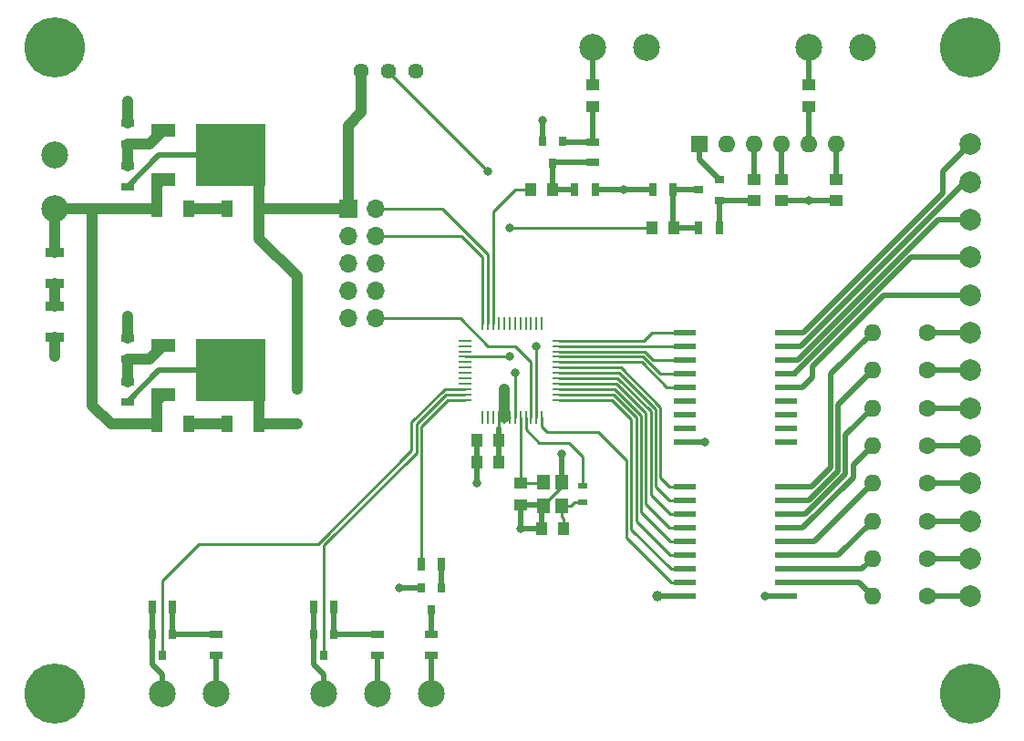
<source format=gtl>
G04 #@! TF.GenerationSoftware,KiCad,Pcbnew,(5.1.7)-1*
G04 #@! TF.CreationDate,2022-09-30T21:09:14+02:00*
G04 #@! TF.ProjectId,Zaehler-Modul,5a616568-6c65-4722-9d4d-6f64756c2e6b,rev?*
G04 #@! TF.SameCoordinates,Original*
G04 #@! TF.FileFunction,Copper,L1,Top*
G04 #@! TF.FilePolarity,Positive*
%FSLAX46Y46*%
G04 Gerber Fmt 4.6, Leading zero omitted, Abs format (unit mm)*
G04 Created by KiCad (PCBNEW (5.1.7)-1) date 2022-09-30 21:09:14*
%MOMM*%
%LPD*%
G01*
G04 APERTURE LIST*
G04 #@! TA.AperFunction,ComponentPad*
%ADD10C,1.600000*%
G04 #@! TD*
G04 #@! TA.AperFunction,ComponentPad*
%ADD11O,1.600000X1.600000*%
G04 #@! TD*
G04 #@! TA.AperFunction,SMDPad,CuDef*
%ADD12R,1.700000X0.900000*%
G04 #@! TD*
G04 #@! TA.AperFunction,SMDPad,CuDef*
%ADD13R,0.900000X0.500000*%
G04 #@! TD*
G04 #@! TA.AperFunction,SMDPad,CuDef*
%ADD14R,1.000000X1.250000*%
G04 #@! TD*
G04 #@! TA.AperFunction,SMDPad,CuDef*
%ADD15R,2.200000X1.200000*%
G04 #@! TD*
G04 #@! TA.AperFunction,SMDPad,CuDef*
%ADD16R,6.400000X5.800000*%
G04 #@! TD*
G04 #@! TA.AperFunction,SMDPad,CuDef*
%ADD17R,3.050000X2.750000*%
G04 #@! TD*
G04 #@! TA.AperFunction,SMDPad,CuDef*
%ADD18R,1.300000X0.700000*%
G04 #@! TD*
G04 #@! TA.AperFunction,SMDPad,CuDef*
%ADD19R,1.000000X1.600000*%
G04 #@! TD*
G04 #@! TA.AperFunction,ComponentPad*
%ADD20C,2.000000*%
G04 #@! TD*
G04 #@! TA.AperFunction,SMDPad,CuDef*
%ADD21R,2.000000X0.600000*%
G04 #@! TD*
G04 #@! TA.AperFunction,ComponentPad*
%ADD22C,2.500000*%
G04 #@! TD*
G04 #@! TA.AperFunction,ComponentPad*
%ADD23C,5.600000*%
G04 #@! TD*
G04 #@! TA.AperFunction,SMDPad,CuDef*
%ADD24R,1.200000X1.400000*%
G04 #@! TD*
G04 #@! TA.AperFunction,SMDPad,CuDef*
%ADD25R,0.250000X1.300000*%
G04 #@! TD*
G04 #@! TA.AperFunction,SMDPad,CuDef*
%ADD26R,1.300000X0.250000*%
G04 #@! TD*
G04 #@! TA.AperFunction,ComponentPad*
%ADD27R,1.600000X1.600000*%
G04 #@! TD*
G04 #@! TA.AperFunction,ComponentPad*
%ADD28C,1.440000*%
G04 #@! TD*
G04 #@! TA.AperFunction,SMDPad,CuDef*
%ADD29R,0.700000X1.300000*%
G04 #@! TD*
G04 #@! TA.AperFunction,SMDPad,CuDef*
%ADD30R,0.900000X0.800000*%
G04 #@! TD*
G04 #@! TA.AperFunction,SMDPad,CuDef*
%ADD31R,0.800000X0.900000*%
G04 #@! TD*
G04 #@! TA.AperFunction,ComponentPad*
%ADD32R,1.700000X1.700000*%
G04 #@! TD*
G04 #@! TA.AperFunction,ComponentPad*
%ADD33O,1.700000X1.700000*%
G04 #@! TD*
G04 #@! TA.AperFunction,SMDPad,CuDef*
%ADD34R,1.250000X1.000000*%
G04 #@! TD*
G04 #@! TA.AperFunction,ViaPad*
%ADD35C,1.000000*%
G04 #@! TD*
G04 #@! TA.AperFunction,ViaPad*
%ADD36C,0.800000*%
G04 #@! TD*
G04 #@! TA.AperFunction,Conductor*
%ADD37C,1.000000*%
G04 #@! TD*
G04 #@! TA.AperFunction,Conductor*
%ADD38C,0.500000*%
G04 #@! TD*
G04 #@! TA.AperFunction,Conductor*
%ADD39C,0.250000*%
G04 #@! TD*
G04 APERTURE END LIST*
D10*
X165750000Y-132000000D03*
D11*
X160670000Y-132000000D03*
D10*
X165750000Y-128500000D03*
D11*
X160670000Y-128500000D03*
D10*
X165750000Y-125000000D03*
D11*
X160670000Y-125000000D03*
D10*
X165750000Y-121500000D03*
D11*
X160670000Y-121500000D03*
D10*
X165750000Y-118000000D03*
D11*
X160670000Y-118000000D03*
D10*
X165750000Y-114500000D03*
D11*
X160670000Y-114500000D03*
D10*
X165750000Y-111000000D03*
D11*
X160670000Y-111000000D03*
D10*
X165750000Y-107500000D03*
D11*
X160670000Y-107500000D03*
D12*
X84750000Y-105050000D03*
X84750000Y-107950000D03*
X84750000Y-100050000D03*
X84750000Y-102950000D03*
D13*
X133750000Y-121750000D03*
X133750000Y-123250000D03*
D14*
X140250000Y-97750000D03*
X142250000Y-97750000D03*
D15*
X94800000Y-108720000D03*
X94800000Y-113280000D03*
D16*
X101100000Y-111000000D03*
D17*
X102775000Y-112525000D03*
X99425000Y-109475000D03*
X102775000Y-109475000D03*
X99425000Y-112525000D03*
D15*
X94800000Y-88720000D03*
X94800000Y-93280000D03*
D16*
X101100000Y-91000000D03*
D17*
X102775000Y-92525000D03*
X99425000Y-89475000D03*
X102775000Y-89475000D03*
X99425000Y-92525000D03*
D18*
X91500000Y-89950000D03*
X91500000Y-88050000D03*
X91500000Y-93950000D03*
X91500000Y-92050000D03*
X91500000Y-109950000D03*
X91500000Y-108050000D03*
X91500000Y-113950000D03*
X91500000Y-112050000D03*
D19*
X103750000Y-96000000D03*
X100750000Y-96000000D03*
X103750000Y-116000000D03*
X100750000Y-116000000D03*
X94250000Y-96000000D03*
X97250000Y-96000000D03*
X94250000Y-116000000D03*
X97250000Y-116000000D03*
D20*
X169750000Y-132000000D03*
X169750000Y-128500000D03*
X169750000Y-125000000D03*
X169750000Y-121500000D03*
X169750000Y-118000000D03*
X169750000Y-114500000D03*
X169750000Y-111000000D03*
X169750000Y-107500000D03*
X169750000Y-104000000D03*
X169750000Y-100500000D03*
X169750000Y-97000000D03*
X169750000Y-93500000D03*
X169750000Y-90000000D03*
D21*
X143300000Y-121840000D03*
X143300000Y-123110000D03*
X143300000Y-124380000D03*
X143300000Y-125650000D03*
X143300000Y-126920000D03*
X143300000Y-128190000D03*
X143300000Y-129460000D03*
X143300000Y-130730000D03*
X143300000Y-132000000D03*
X152700000Y-132000000D03*
X152700000Y-130730000D03*
X152700000Y-129460000D03*
X152700000Y-128190000D03*
X152700000Y-126920000D03*
X152700000Y-125650000D03*
X152700000Y-124380000D03*
X152700000Y-123110000D03*
X152700000Y-121840000D03*
X143300000Y-107500000D03*
X143300000Y-108770000D03*
X143300000Y-110040000D03*
X143300000Y-111310000D03*
X143300000Y-112580000D03*
X143300000Y-113850000D03*
X143300000Y-115120000D03*
X143300000Y-116390000D03*
X143300000Y-117660000D03*
X152700000Y-117660000D03*
X152700000Y-116390000D03*
X152700000Y-115120000D03*
X152700000Y-113850000D03*
X152700000Y-112580000D03*
X152700000Y-111310000D03*
X152700000Y-110040000D03*
X152700000Y-108770000D03*
X152700000Y-107500000D03*
D22*
X109750000Y-141000000D03*
X94750000Y-141000000D03*
D23*
X169750000Y-81000000D03*
X169750000Y-141000000D03*
X84750000Y-141000000D03*
X84750000Y-81000000D03*
D22*
X84750000Y-91000000D03*
X84750000Y-96000000D03*
X139750000Y-81000000D03*
X134750000Y-81000000D03*
X154750000Y-81000000D03*
X159750000Y-81000000D03*
D24*
X130150000Y-121400000D03*
X130150000Y-123600000D03*
X131850000Y-123600000D03*
X131850000Y-121400000D03*
D25*
X124500000Y-115350000D03*
X125000000Y-115350000D03*
X125500000Y-115350000D03*
X126000000Y-115350000D03*
X126500000Y-115350000D03*
X127000000Y-115350000D03*
X127500000Y-115350000D03*
X128000000Y-115350000D03*
X128500000Y-115350000D03*
X129000000Y-115350000D03*
X129500000Y-115350000D03*
X130000000Y-115350000D03*
D26*
X131600000Y-113750000D03*
X131600000Y-113250000D03*
X131600000Y-112750000D03*
X131600000Y-112250000D03*
X131600000Y-111750000D03*
X131600000Y-111250000D03*
X131600000Y-110750000D03*
X131600000Y-110250000D03*
X131600000Y-109750000D03*
X131600000Y-109250000D03*
X131600000Y-108750000D03*
X131600000Y-108250000D03*
D25*
X130000000Y-106650000D03*
X129500000Y-106650000D03*
X129000000Y-106650000D03*
X128500000Y-106650000D03*
X128000000Y-106650000D03*
X127500000Y-106650000D03*
X127000000Y-106650000D03*
X126500000Y-106650000D03*
X126000000Y-106650000D03*
X125500000Y-106650000D03*
X125000000Y-106650000D03*
X124500000Y-106650000D03*
D26*
X122900000Y-108250000D03*
X122900000Y-108750000D03*
X122900000Y-109250000D03*
X122900000Y-109750000D03*
X122900000Y-110250000D03*
X122900000Y-110750000D03*
X122900000Y-111250000D03*
X122900000Y-111750000D03*
X122900000Y-112250000D03*
X122900000Y-112750000D03*
X122900000Y-113250000D03*
X122900000Y-113750000D03*
D11*
X157290000Y-90000000D03*
X154750000Y-90000000D03*
X152210000Y-90000000D03*
X149670000Y-90000000D03*
X147130000Y-90000000D03*
D27*
X144590000Y-90000000D03*
D28*
X113250000Y-83250000D03*
X115790000Y-83250000D03*
X118330000Y-83250000D03*
D29*
X142200000Y-94250000D03*
X140300000Y-94250000D03*
X133050000Y-94250000D03*
X134950000Y-94250000D03*
X146450000Y-97750000D03*
X144550000Y-97750000D03*
X95700000Y-133000000D03*
X93800000Y-133000000D03*
D30*
X144500000Y-94250000D03*
X146500000Y-93300000D03*
X146500000Y-95200000D03*
D31*
X131000000Y-91750000D03*
X130050000Y-89750000D03*
X131950000Y-89750000D03*
D32*
X112000000Y-96000000D03*
D33*
X114540000Y-96000000D03*
X112000000Y-98540000D03*
X114540000Y-98540000D03*
X112000000Y-101080000D03*
X114540000Y-101080000D03*
X112000000Y-103620000D03*
X114540000Y-103620000D03*
X112000000Y-106160000D03*
X114540000Y-106160000D03*
D14*
X126000000Y-117500000D03*
X124000000Y-117500000D03*
X124000000Y-119500000D03*
X126000000Y-119500000D03*
X131000000Y-94250000D03*
X129000000Y-94250000D03*
D34*
X149670000Y-93250000D03*
X149670000Y-95250000D03*
X134750000Y-84500000D03*
X134750000Y-86500000D03*
D14*
X132000000Y-125750000D03*
X130000000Y-125750000D03*
D34*
X152210000Y-95250000D03*
X152210000Y-93250000D03*
X128000000Y-121500000D03*
X128000000Y-123500000D03*
X157290000Y-95250000D03*
X157290000Y-93250000D03*
X154750000Y-84500000D03*
X154750000Y-86500000D03*
D18*
X134750000Y-89800000D03*
X134750000Y-91700000D03*
X99750000Y-135550000D03*
X99750000Y-137450000D03*
D31*
X94750000Y-137500000D03*
X93800000Y-135500000D03*
X95700000Y-135500000D03*
D22*
X99750000Y-141000000D03*
D29*
X110700000Y-133000000D03*
X108800000Y-133000000D03*
D18*
X114750000Y-135550000D03*
X114750000Y-137450000D03*
D31*
X110700000Y-135500000D03*
X108800000Y-135500000D03*
X109750000Y-137500000D03*
D22*
X114750000Y-141000000D03*
D18*
X119750000Y-137450000D03*
X119750000Y-135550000D03*
D29*
X120700000Y-129000000D03*
X118800000Y-129000000D03*
D31*
X120700000Y-131250000D03*
X118800000Y-131250000D03*
X119750000Y-133250000D03*
D22*
X119750000Y-141000000D03*
D35*
X99000000Y-116000000D03*
X99000000Y-96000000D03*
D36*
X91500000Y-86000000D03*
X91500000Y-106000000D03*
X116750000Y-131250000D03*
X154750000Y-95250000D03*
X130050000Y-87750000D03*
X127500000Y-111250000D03*
X124000000Y-121500000D03*
X145160000Y-117660000D03*
X150750000Y-132000000D03*
X128000000Y-125750000D03*
X131850000Y-118750000D03*
X84750000Y-109750000D03*
D35*
X140750000Y-132000000D03*
D36*
X137625000Y-94200000D03*
D35*
X107250000Y-116000000D03*
D36*
X127000000Y-109750000D03*
X127000000Y-97750000D03*
D35*
X126500000Y-112750000D03*
X107250000Y-112750000D03*
D36*
X129500000Y-108750000D03*
X125000000Y-92500000D03*
D37*
X97250000Y-116000000D02*
X99000000Y-116000000D01*
X97250000Y-96000000D02*
X99000000Y-96000000D01*
X99000000Y-116000000D02*
X100750000Y-116000000D01*
X99000000Y-96000000D02*
X100750000Y-96000000D01*
X91500000Y-88050000D02*
X91500000Y-86000000D01*
X91500000Y-108050000D02*
X91500000Y-106000000D01*
X91500000Y-106000000D02*
X91500000Y-106000000D01*
D38*
X93800000Y-133000000D02*
X93800000Y-135500000D01*
X94750000Y-141000000D02*
X94750000Y-139250000D01*
X108800000Y-133000000D02*
X108800000Y-135500000D01*
X109750000Y-139250000D02*
X109750000Y-141000000D01*
X108800000Y-138300000D02*
X109750000Y-139250000D01*
X108800000Y-135500000D02*
X108800000Y-138300000D01*
X93800000Y-138300000D02*
X94750000Y-139250000D01*
X93800000Y-135500000D02*
X93800000Y-138300000D01*
X118800000Y-131250000D02*
X116750000Y-131250000D01*
X144590000Y-91390000D02*
X146500000Y-93300000D01*
X144590000Y-90000000D02*
X144590000Y-91390000D01*
X157290000Y-95250000D02*
X154750000Y-95250000D01*
X154750000Y-95250000D02*
X152210000Y-95250000D01*
X130050000Y-89750000D02*
X130050000Y-87750000D01*
D39*
X127500000Y-115350000D02*
X127500000Y-114450000D01*
X127500000Y-114450000D02*
X127500000Y-111250000D01*
D38*
X124000000Y-119500000D02*
X124000000Y-121500000D01*
X143300000Y-117660000D02*
X145160000Y-117660000D01*
X152700000Y-132000000D02*
X150750000Y-132000000D01*
D39*
X130150000Y-123500000D02*
X131850000Y-121800000D01*
X131850000Y-121800000D02*
X131850000Y-121400000D01*
X130150000Y-123600000D02*
X130150000Y-123500000D01*
D38*
X130050000Y-123500000D02*
X130150000Y-123600000D01*
X128000000Y-123500000D02*
X130050000Y-123500000D01*
X130000000Y-123750000D02*
X130150000Y-123600000D01*
X130000000Y-125750000D02*
X130000000Y-123750000D01*
X130000000Y-125750000D02*
X128000000Y-125750000D01*
X128000000Y-125750000D02*
X128000000Y-123500000D01*
X124000000Y-117500000D02*
X124000000Y-119500000D01*
X131850000Y-118750000D02*
X131850000Y-121400000D01*
D37*
X84750000Y-107950000D02*
X84750000Y-109750000D01*
X94250000Y-113830000D02*
X94800000Y-113280000D01*
X94250000Y-116000000D02*
X94250000Y-113830000D01*
X94250000Y-93830000D02*
X94800000Y-93280000D01*
X94250000Y-96000000D02*
X94250000Y-93830000D01*
D38*
X143300000Y-132000000D02*
X140750000Y-132000000D01*
D37*
X92750000Y-116000000D02*
X94250000Y-116000000D01*
X88250000Y-96000000D02*
X88250000Y-114250000D01*
X84750000Y-96000000D02*
X88250000Y-96000000D01*
X88250000Y-96000000D02*
X94250000Y-96000000D01*
X90000000Y-116000000D02*
X92750000Y-116000000D01*
X88250000Y-114250000D02*
X90000000Y-116000000D01*
X84750000Y-100050000D02*
X84750000Y-96000000D01*
D38*
X152700000Y-107500000D02*
X154290149Y-107500000D01*
X154290149Y-107500000D02*
X167250000Y-94540149D01*
X167250000Y-92500000D02*
X169750000Y-90000000D01*
X167250000Y-94540149D02*
X167250000Y-92500000D01*
X169280111Y-93500000D02*
X169750000Y-93500000D01*
X154010111Y-108770000D02*
X169280111Y-93500000D01*
X152700000Y-108770000D02*
X154010111Y-108770000D01*
X153730073Y-110040000D02*
X166770073Y-97000000D01*
X166770073Y-97000000D02*
X169750000Y-97000000D01*
X152700000Y-110040000D02*
X153730073Y-110040000D01*
X153450035Y-111310000D02*
X164260037Y-100500000D01*
X164260037Y-100500000D02*
X169750000Y-100500000D01*
X152700000Y-111310000D02*
X153450035Y-111310000D01*
X161750000Y-104000000D02*
X169750000Y-104000000D01*
X159000000Y-106750000D02*
X161750000Y-104000000D01*
X158999997Y-106750000D02*
X159000000Y-106750000D01*
X152700000Y-112580000D02*
X154170000Y-112580000D01*
X155124999Y-111625001D02*
X155124999Y-110624999D01*
X154170000Y-112580000D02*
X155124999Y-111625001D01*
X155124999Y-110624999D02*
X158999997Y-106750000D01*
X119750000Y-141000000D02*
X119750000Y-137450000D01*
X114750000Y-141000000D02*
X114750000Y-137450000D01*
D39*
X118349991Y-116013599D02*
X121113590Y-113250000D01*
X118349990Y-118650010D02*
X118349991Y-116013599D01*
X109750000Y-127250000D02*
X118349990Y-118650010D01*
X121113590Y-113250000D02*
X122900000Y-113250000D01*
X109750000Y-137500000D02*
X109750000Y-127250000D01*
D38*
X99750000Y-141000000D02*
X99750000Y-137450000D01*
D39*
X94750000Y-130500000D02*
X94750000Y-137500000D01*
X98113590Y-127136410D02*
X94750000Y-130500000D01*
X109227180Y-127136410D02*
X98113590Y-127136410D01*
X117899982Y-115827198D02*
X117899981Y-118463609D01*
X117899981Y-118463609D02*
X109227180Y-127136410D01*
X120977180Y-112750000D02*
X117899982Y-115827198D01*
X122900000Y-112750000D02*
X120977180Y-112750000D01*
X118800000Y-129000000D02*
X118800000Y-116200000D01*
X121250000Y-113750000D02*
X122900000Y-113750000D01*
X118800000Y-116200000D02*
X121250000Y-113750000D01*
D38*
X169750000Y-128500000D02*
X165750000Y-128500000D01*
X169750000Y-125000000D02*
X165750000Y-125000000D01*
X169750000Y-121500000D02*
X165750000Y-121500000D01*
X169750000Y-118000000D02*
X165750000Y-118000000D01*
X169750000Y-107500000D02*
X165750000Y-107500000D01*
X169750000Y-114500000D02*
X165750000Y-114500000D01*
X169750000Y-111000000D02*
X165750000Y-111000000D01*
X169750000Y-132000000D02*
X165750000Y-132000000D01*
D39*
X128000000Y-121500000D02*
X128000000Y-115350000D01*
X130050000Y-121500000D02*
X130150000Y-121400000D01*
X128000000Y-121500000D02*
X130050000Y-121500000D01*
D37*
X103750000Y-113650000D02*
X101100000Y-111000000D01*
X103750000Y-116000000D02*
X103750000Y-113650000D01*
D38*
X101100000Y-111000000D02*
X96250000Y-111000000D01*
X94450000Y-111000000D02*
X96250000Y-111000000D01*
X91500000Y-113950000D02*
X94450000Y-111000000D01*
X152210000Y-90000000D02*
X152210000Y-93250000D01*
X134950000Y-94250000D02*
X140300000Y-94250000D01*
D37*
X103750000Y-116000000D02*
X107250000Y-116000000D01*
D39*
X127500000Y-94250000D02*
X129000000Y-94250000D01*
X125500000Y-96250000D02*
X127500000Y-94250000D01*
X125500000Y-106650000D02*
X125500000Y-96250000D01*
X122900000Y-109750000D02*
X127000000Y-109750000D01*
X140250000Y-97750000D02*
X127000000Y-97750000D01*
X126000000Y-115350000D02*
X127000000Y-115350000D01*
X126000000Y-115350000D02*
X126000000Y-117500000D01*
D37*
X103750000Y-93650000D02*
X101100000Y-91000000D01*
X103750000Y-96000000D02*
X103750000Y-93650000D01*
D38*
X101100000Y-91000000D02*
X96750000Y-91000000D01*
X94450000Y-91000000D02*
X96750000Y-91000000D01*
X91500000Y-93950000D02*
X94450000Y-91000000D01*
D37*
X126500000Y-115350000D02*
X126500000Y-112750000D01*
X126500000Y-112750000D02*
X126500000Y-112750000D01*
D38*
X126000000Y-117500000D02*
X126000000Y-119500000D01*
X126000000Y-117500000D02*
X126000000Y-116375000D01*
D37*
X103750000Y-96000000D02*
X112000000Y-96000000D01*
X112000000Y-96000000D02*
X112000000Y-88250000D01*
X113250000Y-87000000D02*
X113250000Y-83250000D01*
X112000000Y-88250000D02*
X113250000Y-87000000D01*
X103750000Y-96000000D02*
X103750000Y-98750000D01*
X107250000Y-102250000D02*
X107250000Y-112750000D01*
X103750000Y-98750000D02*
X107250000Y-102250000D01*
D39*
X129500000Y-115350000D02*
X129500000Y-108750000D01*
X115790000Y-83290000D02*
X115790000Y-83250000D01*
X125000000Y-92500000D02*
X115790000Y-83290000D01*
X120750000Y-96000000D02*
X114540000Y-96000000D01*
X125000000Y-100250000D02*
X120750000Y-96000000D01*
X125000000Y-106650000D02*
X125000000Y-100250000D01*
X122540000Y-98540000D02*
X114540000Y-98540000D01*
X124500000Y-100500000D02*
X122540000Y-98540000D01*
X124500000Y-106650000D02*
X124500000Y-100500000D01*
X129000000Y-110250000D02*
X129000000Y-115350000D01*
X127500000Y-108750000D02*
X129000000Y-110250000D01*
X125000000Y-108750000D02*
X127500000Y-108750000D01*
X122410000Y-106160000D02*
X125000000Y-108750000D01*
X114540000Y-106160000D02*
X122410000Y-106160000D01*
X128500000Y-116500000D02*
X128500000Y-115350000D01*
X129750000Y-117750000D02*
X128500000Y-116500000D01*
X132500000Y-117750000D02*
X129750000Y-117750000D01*
X133750000Y-119000000D02*
X132500000Y-117750000D01*
X133750000Y-121750000D02*
X133750000Y-119000000D01*
X143300000Y-110040000D02*
X140312820Y-110040000D01*
X139522820Y-109250000D02*
X138750000Y-109250000D01*
X140312820Y-110040000D02*
X139522820Y-109250000D01*
X131600000Y-109250000D02*
X138750000Y-109250000D01*
X131600000Y-110250000D02*
X139250000Y-110250000D01*
X141580000Y-112580000D02*
X143300000Y-112580000D01*
X139250000Y-110250000D02*
X141580000Y-112580000D01*
X143300000Y-111310000D02*
X140946410Y-111310000D01*
X139386410Y-109750000D02*
X138750000Y-109750000D01*
X140946410Y-111310000D02*
X139386410Y-109750000D01*
X131600000Y-109750000D02*
X138750000Y-109750000D01*
X143280000Y-108750000D02*
X143300000Y-108770000D01*
X131600000Y-108750000D02*
X143280000Y-108750000D01*
X140250000Y-107500000D02*
X139500000Y-108250000D01*
X143300000Y-107500000D02*
X140250000Y-107500000D01*
X131600000Y-108250000D02*
X139500000Y-108250000D01*
X143300000Y-130730000D02*
X141980000Y-130730000D01*
X141980000Y-130730000D02*
X137849930Y-126599930D01*
X137849930Y-126599930D02*
X137849930Y-119349930D01*
X137849930Y-119349930D02*
X135250000Y-116750000D01*
X135250000Y-116750000D02*
X130500000Y-116750000D01*
X130000000Y-116250000D02*
X130000000Y-115350000D01*
X130500000Y-116750000D02*
X130000000Y-116250000D01*
X136250000Y-111250000D02*
X131600000Y-111250000D01*
X140549987Y-114617937D02*
X137182050Y-111250000D01*
X140549988Y-115299988D02*
X140549987Y-114617937D01*
X140549990Y-115299990D02*
X140549988Y-115299988D01*
X140549990Y-121799990D02*
X140549990Y-115299990D01*
X141860000Y-123110000D02*
X140549990Y-121799990D01*
X137182050Y-111250000D02*
X136250000Y-111250000D01*
X143300000Y-123110000D02*
X141860000Y-123110000D01*
X136500000Y-111750000D02*
X131600000Y-111750000D01*
X137045640Y-111750000D02*
X136500000Y-111750000D01*
X140099978Y-114804338D02*
X137045640Y-111750000D01*
X140099980Y-115599980D02*
X140099978Y-115599978D01*
X140099980Y-122599980D02*
X140099980Y-115599980D01*
X140099978Y-115599978D02*
X140099978Y-114804338D01*
X141880000Y-124380000D02*
X140099980Y-122599980D01*
X143300000Y-124380000D02*
X141880000Y-124380000D01*
X136250000Y-112250000D02*
X131600000Y-112250000D01*
X136909230Y-112250000D02*
X136250000Y-112250000D01*
X139649969Y-114990739D02*
X136909230Y-112250000D01*
X139649970Y-123449970D02*
X139649969Y-114990739D01*
X141850000Y-125650000D02*
X139649970Y-123449970D01*
X143300000Y-125650000D02*
X141850000Y-125650000D01*
X135750000Y-112750000D02*
X131600000Y-112750000D01*
X136772820Y-112750000D02*
X135750000Y-112750000D01*
X139199960Y-124199960D02*
X139199960Y-115177140D01*
X139199960Y-115177140D02*
X136772820Y-112750000D01*
X141920000Y-126920000D02*
X139199960Y-124199960D01*
X143300000Y-126920000D02*
X141920000Y-126920000D01*
X137000000Y-110750000D02*
X131600000Y-110750000D01*
X140999996Y-114431536D02*
X137318460Y-110750000D01*
X140999996Y-114999996D02*
X140999996Y-114431536D01*
X141000000Y-115000000D02*
X140999996Y-114999996D01*
X141000000Y-121000000D02*
X141000000Y-115000000D01*
X141840000Y-121840000D02*
X141000000Y-121000000D01*
X137318460Y-110750000D02*
X137000000Y-110750000D01*
X143300000Y-121840000D02*
X141840000Y-121840000D01*
X136250000Y-113250000D02*
X131600000Y-113250000D01*
X136636410Y-113250000D02*
X136250000Y-113250000D01*
X138749949Y-115363539D02*
X136636410Y-113250000D01*
X138749950Y-124999950D02*
X138749949Y-115363539D01*
X141940000Y-128190000D02*
X138749950Y-124999950D01*
X143300000Y-128190000D02*
X141940000Y-128190000D01*
X143300000Y-129460000D02*
X141960000Y-129460000D01*
X141960000Y-129460000D02*
X138299940Y-125799940D01*
X138299940Y-125799940D02*
X138299940Y-115549940D01*
X136500000Y-113750000D02*
X131600000Y-113750000D01*
X138299940Y-115549940D02*
X136500000Y-113750000D01*
D37*
X84750000Y-102950000D02*
X84750000Y-105050000D01*
D38*
X134750000Y-81000000D02*
X134750000Y-84500000D01*
X132000000Y-89800000D02*
X131950000Y-89750000D01*
X134750000Y-89800000D02*
X132000000Y-89800000D01*
X134750000Y-86500000D02*
X134750000Y-89800000D01*
X131000000Y-91750000D02*
X131000000Y-94250000D01*
X131050000Y-91700000D02*
X131000000Y-91750000D01*
X134750000Y-91700000D02*
X131050000Y-91700000D01*
X133050000Y-94250000D02*
X131000000Y-94250000D01*
X154750000Y-81000000D02*
X154750000Y-84500000D01*
X154750000Y-86500000D02*
X154750000Y-90000000D01*
X157290000Y-90000000D02*
X157290000Y-93250000D01*
X149670000Y-90000000D02*
X149670000Y-93250000D01*
X146550000Y-95250000D02*
X146500000Y-95200000D01*
X149670000Y-95250000D02*
X146550000Y-95250000D01*
X146450000Y-95250000D02*
X146500000Y-95200000D01*
X146450000Y-97750000D02*
X146450000Y-95250000D01*
X144550000Y-97750000D02*
X142250000Y-97750000D01*
X144500000Y-94250000D02*
X142200000Y-94250000D01*
X142200000Y-97700000D02*
X142250000Y-97750000D01*
X142200000Y-94250000D02*
X142200000Y-97700000D01*
D39*
X131850000Y-124600000D02*
X132000000Y-124750000D01*
X132000000Y-124750000D02*
X132000000Y-125750000D01*
X131850000Y-123600000D02*
X131850000Y-124600000D01*
X133000000Y-123250000D02*
X132650000Y-123600000D01*
X132650000Y-123600000D02*
X131850000Y-123600000D01*
X133750000Y-123250000D02*
X133000000Y-123250000D01*
D38*
X110750000Y-135550000D02*
X110700000Y-135500000D01*
X114750000Y-135550000D02*
X110750000Y-135550000D01*
X110700000Y-133000000D02*
X110700000Y-135500000D01*
X120700000Y-131250000D02*
X120700000Y-129000000D01*
X119750000Y-135550000D02*
X119750000Y-133250000D01*
X95750000Y-135550000D02*
X95700000Y-135500000D01*
X99750000Y-135550000D02*
X95750000Y-135550000D01*
X95700000Y-135500000D02*
X95700000Y-133000000D01*
D37*
X91500000Y-112050000D02*
X91500000Y-109950000D01*
X93570000Y-109950000D02*
X94800000Y-108720000D01*
X91500000Y-109950000D02*
X93570000Y-109950000D01*
X91500000Y-92050000D02*
X91500000Y-89950000D01*
X93570000Y-89950000D02*
X94800000Y-88720000D01*
X91500000Y-89950000D02*
X93570000Y-89950000D01*
D38*
X152700000Y-121840000D02*
X155040114Y-121840000D01*
X155040114Y-121840000D02*
X156810027Y-120070087D01*
X156810027Y-111359973D02*
X160670000Y-107500000D01*
X156810027Y-120070087D02*
X156810027Y-111359973D01*
X152700000Y-123110000D02*
X154760076Y-123110000D01*
X154760076Y-123110000D02*
X157510037Y-120360039D01*
X157510037Y-114159963D02*
X160670000Y-111000000D01*
X157510037Y-120360039D02*
X157510037Y-114159963D01*
X152700000Y-124380000D02*
X154480038Y-124380000D01*
X158210047Y-116959953D02*
X160670000Y-114500000D01*
X158210047Y-120649991D02*
X158210047Y-116959953D01*
X154480038Y-124380000D02*
X158210047Y-120649991D01*
X152700000Y-125650000D02*
X154200000Y-125650000D01*
X154200000Y-125650000D02*
X158910057Y-120939943D01*
X158910057Y-119759943D02*
X160670000Y-118000000D01*
X158910057Y-120939943D02*
X158910057Y-119759943D01*
X155250000Y-126920000D02*
X160670000Y-121500000D01*
X152700000Y-126920000D02*
X155250000Y-126920000D01*
X157480000Y-128190000D02*
X160670000Y-125000000D01*
X152700000Y-128190000D02*
X157480000Y-128190000D01*
X159710000Y-129460000D02*
X160670000Y-128500000D01*
X152700000Y-129460000D02*
X159710000Y-129460000D01*
X159400000Y-130730000D02*
X160670000Y-132000000D01*
X152700000Y-130730000D02*
X159400000Y-130730000D01*
M02*

</source>
